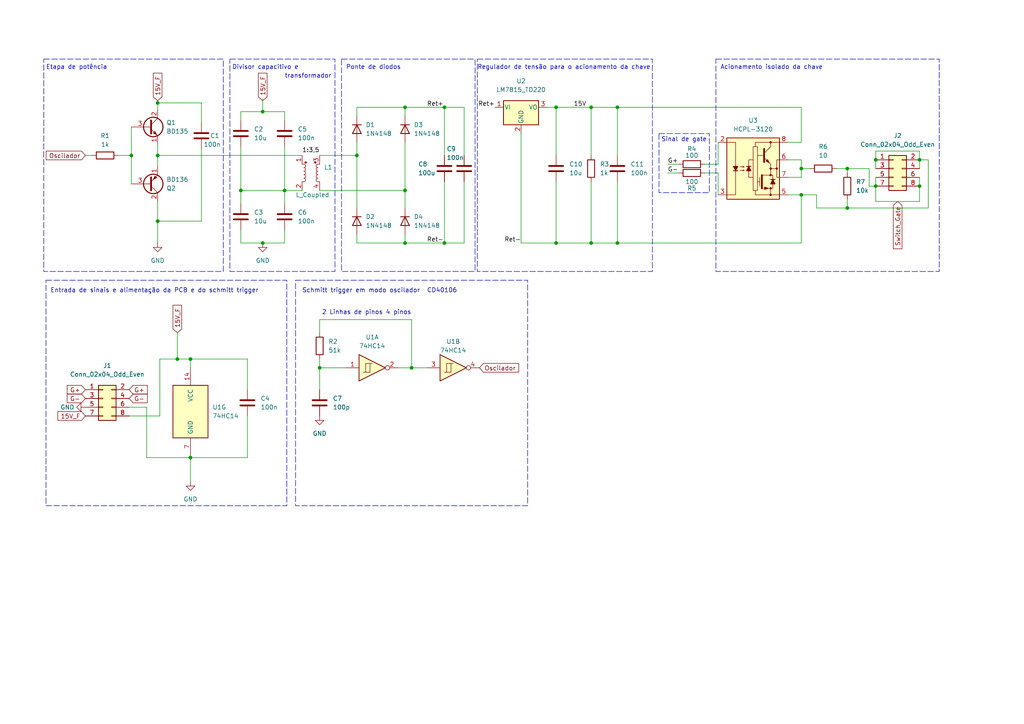
<source format=kicad_sch>
(kicad_sch (version 20230121) (generator eeschema)
  (paper "A4")
  (lib_symbols
    (symbol "74xx:74HC14" (pin_names (offset 1.016))
      (property "Reference" "U" (at 0 1.27 0))
      (property "Value" "74HC14" (at 0 -1.27 0))
      (symbol "74HC14_1_0"
        (polyline (pts (xy -3.81 3.81) (xy -3.81 -3.81) (xy 3.81 0) (xy -3.81 3.81)) (stroke (width 0.254)) (fill (type background)))
        (pin input line (at -7.62 0 0) (length 3.81) (name "~") (number "1"))
        (pin output inverted (at 7.62 0 180) (length 3.81) (name "~") (number "2"))
      )
      (symbol "74HC14_1_1"
        (polyline (pts (xy -1.905 -1.27) (xy -1.905 1.27) (xy -0.635 1.27)))
        (polyline (pts (xy -2.54 -1.27) (xy -0.635 -1.27) (xy -0.635 1.27) (xy 0 1.27)))
      )
      (symbol "74HC14_2_0"
        (polyline (pts (xy -3.81 3.81) (xy -3.81 -3.81) (xy 3.81 0) (xy -3.81 3.81)) (stroke (width 0.254)) (fill (type background)))
        (pin input line (at -7.62 0 0) (length 3.81) (name "~") (number "3"))
        (pin output inverted (at 7.62 0 180) (length 3.81) (name "~") (number "4"))
      )
      (symbol "74HC14_2_1"
        (polyline (pts (xy -1.905 -1.27) (xy -1.905 1.27) (xy -0.635 1.27)))
        (polyline (pts (xy -2.54 -1.27) (xy -0.635 -1.27) (xy -0.635 1.27) (xy 0 1.27)))
      )
      (symbol "74HC14_3_0"
        (polyline (pts (xy -3.81 3.81) (xy -3.81 -3.81) (xy 3.81 0) (xy -3.81 3.81)) (stroke (width 0.254)) (fill (type background)))
        (pin input line (at -7.62 0 0) (length 3.81) (name "~") (number "5"))
        (pin output inverted (at 7.62 0 180) (length 3.81) (name "~") (number "6"))
      )
      (symbol "74HC14_3_1"
        (polyline (pts (xy -1.905 -1.27) (xy -1.905 1.27) (xy -0.635 1.27)))
        (polyline (pts (xy -2.54 -1.27) (xy -0.635 -1.27) (xy -0.635 1.27) (xy 0 1.27)))
      )
      (symbol "74HC14_4_0"
        (polyline (pts (xy -3.81 3.81) (xy -3.81 -3.81) (xy 3.81 0) (xy -3.81 3.81)) (stroke (width 0.254)) (fill (type background)))
        (pin output inverted (at 7.62 0 180) (length 3.81) (name "~") (number "8"))
        (pin input line (at -7.62 0 0) (length 3.81) (name "~") (number "9"))
      )
      (symbol "74HC14_4_1"
        (polyline (pts (xy -1.905 -1.27) (xy -1.905 1.27) (xy -0.635 1.27)))
        (polyline (pts (xy -2.54 -1.27) (xy -0.635 -1.27) (xy -0.635 1.27) (xy 0 1.27)))
      )
      (symbol "74HC14_5_0"
        (polyline (pts (xy -3.81 3.81) (xy -3.81 -3.81) (xy 3.81 0) (xy -3.81 3.81)) (stroke (width 0.254)) (fill (type background)))
        (pin output inverted (at 7.62 0 180) (length 3.81) (name "~") (number "10"))
        (pin input line (at -7.62 0 0) (length 3.81) (name "~") (number "11"))
      )
      (symbol "74HC14_5_1"
        (polyline (pts (xy -1.905 -1.27) (xy -1.905 1.27) (xy -0.635 1.27)))
        (polyline (pts (xy -2.54 -1.27) (xy -0.635 -1.27) (xy -0.635 1.27) (xy 0 1.27)))
      )
      (symbol "74HC14_6_0"
        (polyline (pts (xy -3.81 3.81) (xy -3.81 -3.81) (xy 3.81 0) (xy -3.81 3.81)) (stroke (width 0.254)) (fill (type background)))
        (pin output inverted (at 7.62 0 180) (length 3.81) (name "~") (number "12"))
        (pin input line (at -7.62 0 0) (length 3.81) (name "~") (number "13"))
      )
      (symbol "74HC14_6_1"
        (polyline (pts (xy -1.905 -1.27) (xy -1.905 1.27) (xy -0.635 1.27)))
        (polyline (pts (xy -2.54 -1.27) (xy -0.635 -1.27) (xy -0.635 1.27) (xy 0 1.27)))
      )
      (symbol "74HC14_7_0"
        (pin power_in line (at 0 12.7 270) (length 5.08) (name "VCC") (number "14"))
        (pin power_in line (at 0 -12.7 90) (length 5.08) (name "GND") (number "7"))
      )
      (symbol "74HC14_7_1"
        (rectangle (start -5.08 7.62) (end 5.08 -7.62) (stroke (width 0.254)) (fill (type background)))
      )
    )
    (symbol "Connector_Generic:Conn_02x04_Odd_Even" (pin_names (offset 1.016) hide)
      (property "Reference" "J" (at 1.27 5.08 0))
      (property "Value" "Conn_02x04_Odd_Even" (at 1.27 -7.62 0))
      (symbol "Conn_02x04_Odd_Even_1_1"
        (rectangle (start -1.27 -4.953) (end 0 -5.207) (stroke (width 0.1524)))
        (rectangle (start -1.27 -2.413) (end 0 -2.667) (stroke (width 0.1524)))
        (rectangle (start -1.27 0.127) (end 0 -0.127) (stroke (width 0.1524)))
        (rectangle (start -1.27 2.667) (end 0 2.413) (stroke (width 0.1524)))
        (rectangle (start -1.27 3.81) (end 3.81 -6.35) (stroke (width 0.254)) (fill (type background)))
        (rectangle (start 3.81 -4.953) (end 2.54 -5.207) (stroke (width 0.1524)))
        (rectangle (start 3.81 -2.413) (end 2.54 -2.667) (stroke (width 0.1524)))
        (rectangle (start 3.81 0.127) (end 2.54 -0.127) (stroke (width 0.1524)))
        (rectangle (start 3.81 2.667) (end 2.54 2.413) (stroke (width 0.1524)))
        (pin passive line (at -5.08 2.54 0) (length 3.81) (name "Pin_1") (number "1"))
        (pin passive line (at 7.62 2.54 180) (length 3.81) (name "Pin_2") (number "2"))
        (pin passive line (at -5.08 0 0) (length 3.81) (name "Pin_3") (number "3"))
        (pin passive line (at 7.62 0 180) (length 3.81) (name "Pin_4") (number "4"))
        (pin passive line (at -5.08 -2.54 0) (length 3.81) (name "Pin_5") (number "5"))
        (pin passive line (at 7.62 -2.54 180) (length 3.81) (name "Pin_6") (number "6"))
        (pin passive line (at -5.08 -5.08 0) (length 3.81) (name "Pin_7") (number "7"))
        (pin passive line (at 7.62 -5.08 180) (length 3.81) (name "Pin_8") (number "8"))
      )
    )
    (symbol "Device:C" (pin_numbers hide) (pin_names (offset 0.254))
      (property "Reference" "C" (at 0.635 2.54 0))
      (property "Value" "C" (at 0.635 -2.54 0))
      (symbol "C_0_1"
        (polyline (pts (xy -2.032 -0.762) (xy 2.032 -0.762)) (stroke (width 0.508)))
        (polyline (pts (xy -2.032 0.762) (xy 2.032 0.762)) (stroke (width 0.508)))
      )
      (symbol "C_1_1"
        (pin passive line (at 0 3.81 270) (length 2.794) (name "~") (number "1"))
        (pin passive line (at 0 -3.81 90) (length 2.794) (name "~") (number "2"))
      )
    )
    (symbol "Device:L_Coupled" (pin_names (offset 0.254) hide)
      (property "Reference" "L" (at 0 4.445 0))
      (property "Value" "L_Coupled" (at 0 -4.445 0))
      (symbol "L_Coupled_0_1"
        (circle (center -3.048 -1.27) (radius 0.254) (fill (type outline)))
        (circle (center -3.048 1.524) (radius 0.254) (fill (type outline)))
        (arc (start -2.54 2.032) (mid -2.032 1.5262) (end -1.524 2.032))
        (arc (start -1.524 -2.032) (mid -2.032 -1.5262) (end -2.54 -2.032))
        (arc (start -1.524 2.032) (mid -1.016 1.5262) (end -0.508 2.032))
        (arc (start -0.508 -2.032) (mid -1.016 -1.5262) (end -1.524 -2.032))
        (arc (start -0.508 2.032) (mid 0 1.5262) (end 0.508 2.032))
        (polyline (pts (xy -2.54 -2.032) (xy -2.54 -2.54)))
        (polyline (pts (xy -2.54 2.032) (xy -2.54 2.54)))
        (polyline (pts (xy 2.54 -2.032) (xy 2.54 -2.54)))
        (polyline (pts (xy 2.54 2.54) (xy 2.54 2.032)))
        (arc (start 0.508 -2.032) (mid 0 -1.5262) (end -0.508 -2.032))
        (arc (start 0.508 2.032) (mid 1.016 1.5262) (end 1.524 2.032))
        (arc (start 1.524 -2.032) (mid 1.016 -1.5262) (end 0.508 -2.032))
        (arc (start 1.524 2.032) (mid 2.032 1.5262) (end 2.54 2.032))
        (arc (start 2.54 -2.032) (mid 2.032 -1.5262) (end 1.524 -2.032))
      )
      (symbol "L_Coupled_1_1"
        (pin passive line (at -5.08 2.54 0) (length 2.54) (name "1") (number "1"))
        (pin passive line (at 5.08 2.54 180) (length 2.54) (name "2") (number "2"))
        (pin passive line (at -5.08 -2.54 0) (length 2.54) (name "3") (number "3"))
        (pin passive line (at 5.08 -2.54 180) (length 2.54) (name "4") (number "4"))
      )
    )
    (symbol "Device:R" (pin_numbers hide) (pin_names (offset 0))
      (property "Reference" "R" (at 2.032 0 90))
      (property "Value" "R" (at 0 0 90))
      (symbol "R_0_1"
        (rectangle (start -1.016 -2.54) (end 1.016 2.54) (stroke (width 0.254)))
      )
      (symbol "R_1_1"
        (pin passive line (at 0 3.81 270) (length 1.27) (name "~") (number "1"))
        (pin passive line (at 0 -3.81 90) (length 1.27) (name "~") (number "2"))
      )
    )
    (symbol "Diode:1N4148" (pin_numbers hide) (pin_names hide)
      (property "Reference" "D" (at 0 2.54 0))
      (property "Value" "1N4148" (at 0 -2.54 0))
      (symbol "1N4148_0_1"
        (polyline (pts (xy -1.27 1.27) (xy -1.27 -1.27)) (stroke (width 0.254)))
        (polyline (pts (xy 1.27 0) (xy -1.27 0)))
        (polyline (pts (xy 1.27 1.27) (xy 1.27 -1.27) (xy -1.27 0) (xy 1.27 1.27)) (stroke (width 0.254)))
      )
      (symbol "1N4148_1_1"
        (pin passive line (at -3.81 0 0) (length 2.54) (name "K") (number "1"))
        (pin passive line (at 3.81 0 180) (length 2.54) (name "A") (number "2"))
      )
    )
    (symbol "Driver_FET:HCPL-3120" (pin_names hide)
      (property "Reference" "U" (at 0 12.7 0))
      (property "Value" "HCPL-3120" (at 0 10.16 0))
      (symbol "HCPL-3120_0_1"
        (rectangle (start -7.62 8.89) (end 7.62 -8.89) (stroke (width 0.254)) (fill (type background)))
        (polyline (pts (xy -5.715 -0.635) (xy -4.445 -0.635)) (stroke (width 0.254)))
        (polyline (pts (xy -0.635 0.635) (xy -1.905 0.635)) (stroke (width 0.254)))
        (polyline (pts (xy 1.27 -3.81) (xy 1.905 -3.81)))
        (polyline (pts (xy 1.905 -5.08) (xy 1.905 -2.54)))
        (polyline (pts (xy 2.54 -5.715) (xy 2.54 -1.905)) (stroke (width 0.508)))
        (polyline (pts (xy 3.048 3.81) (xy 1.27 3.81)))
        (polyline (pts (xy 3.175 4.445) (xy 5.08 6.35)))
        (polyline (pts (xy 4.445 -1.905) (xy 2.54 -1.905)))
        (polyline (pts (xy 5.08 -5.715) (xy 5.08 -7.62)))
        (polyline (pts (xy 5.08 0) (xy 6.858 0)))
        (polyline (pts (xy 5.08 1.27) (xy 3.175 3.175)) (fill (type outline)))
        (polyline (pts (xy 5.08 1.27) (xy 5.08 -1.905)))
        (polyline (pts (xy 5.08 6.35) (xy 5.08 7.62)))
        (polyline (pts (xy 6.35 -3.175) (xy 5.08 -3.175)) (stroke (width 0.254)))
        (polyline (pts (xy 7.62 7.62) (xy 0.635 7.62)))
        (polyline (pts (xy -1.27 -0.635) (xy -1.27 -2.54) (xy 0 -2.54)))
        (polyline (pts (xy -1.27 0.635) (xy -1.27 2.54) (xy 0 2.54)))
        (polyline (pts (xy 0.635 -6.35) (xy 0.635 -7.62) (xy 7.62 -7.62)))
        (polyline (pts (xy 3.175 5.715) (xy 3.175 1.905) (xy 3.175 1.905)) (stroke (width 0.508)))
        (polyline (pts (xy 4.445 -1.905) (xy 5.715 -1.905) (xy 5.715 -3.175)))
        (polyline (pts (xy 5.715 -4.445) (xy 5.715 -5.715) (xy 2.54 -5.715)))
        (polyline (pts (xy -7.62 7.62) (xy -5.08 7.62) (xy -5.08 -7.62) (xy -7.62 -7.62)))
        (polyline (pts (xy -5.08 -0.635) (xy -5.715 0.635) (xy -4.445 0.635) (xy -5.08 -0.635)) (stroke (width 0.254)) (fill (type outline)))
        (polyline (pts (xy -1.27 0.635) (xy -0.635 -0.635) (xy -1.905 -0.635) (xy -1.27 0.635)) (stroke (width 0.254)) (fill (type outline)))
        (polyline (pts (xy 4.445 -5.715) (xy 3.302 -5.334) (xy 3.302 -6.096) (xy 4.445 -5.715)) (fill (type outline)))
        (polyline (pts (xy 5.715 -3.175) (xy 6.35 -4.445) (xy 5.08 -4.445) (xy 5.715 -3.175)) (stroke (width 0.254)) (fill (type outline)))
        (polyline (pts (xy 7.62 2.54) (xy 6.858 2.54) (xy 6.858 -2.54) (xy 7.62 -2.54)))
        (polyline (pts (xy -3.81 -0.508) (xy -2.54 -0.508) (xy -2.921 -0.635) (xy -2.921 -0.381) (xy -2.54 -0.508)))
        (polyline (pts (xy -3.81 0.508) (xy -2.54 0.508) (xy -2.921 0.381) (xy -2.921 0.635) (xy -2.54 0.508)))
        (polyline (pts (xy 1.27 6.35) (xy 1.27 -6.35) (xy 0 -6.35) (xy 0 6.35) (xy 1.27 6.35)))
        (polyline (pts (xy 3.683 2.159) (xy 4.191 2.667) (xy 4.699 1.651) (xy 3.683 2.159) (xy 3.683 2.159)) (fill (type outline)))
        (rectangle (start 0.635 6.35) (end 0.635 6.35))
        (rectangle (start 0.635 6.35) (end 0.635 7.62))
        (circle (center 5.08 -7.62) (radius 0.254) (fill (type outline)))
        (circle (center 5.08 -5.715) (radius 0.254) (fill (type outline)))
        (circle (center 5.08 -1.905) (radius 0.254) (fill (type outline)))
        (circle (center 5.08 0) (radius 0.254) (fill (type outline)))
        (circle (center 5.08 7.62) (radius 0.254) (fill (type outline)))
        (circle (center 6.858 0) (radius 0.254) (fill (type outline)))
      )
      (symbol "HCPL-3120_1_1"
        (pin no_connect line (at -7.62 2.54 0) (length 2.54) hide (name "NC") (number "1"))
        (pin passive line (at -10.16 7.62 0) (length 2.54) (name "A") (number "2"))
        (pin passive line (at -10.16 -7.62 0) (length 2.54) (name "C") (number "3"))
        (pin no_connect line (at -7.62 -2.54 0) (length 2.54) hide (name "NC") (number "4"))
        (pin power_out line (at 10.16 -7.62 180) (length 2.54) (name "VEE") (number "5"))
        (pin output line (at 10.16 2.54 180) (length 2.54) (name "VO") (number "6"))
        (pin output line (at 10.16 -2.54 180) (length 2.54) (name "VO") (number "7"))
        (pin power_in line (at 10.16 7.62 180) (length 2.54) (name "VCC") (number "8"))
      )
    )
    (symbol "Regulator_Linear:LM7815_TO220" (pin_names (offset 0.254))
      (property "Reference" "U" (at -3.81 3.175 0))
      (property "Value" "LM7815_TO220" (at 0 3.175 0))
      (symbol "LM7815_TO220_0_1"
        (rectangle (start -5.08 1.905) (end 5.08 -5.08) (stroke (width 0.254)) (fill (type background)))
      )
      (symbol "LM7815_TO220_1_1"
        (pin power_in line (at -7.62 0 0) (length 2.54) (name "VI") (number "1"))
        (pin power_in line (at 0 -7.62 90) (length 2.54) (name "GND") (number "2"))
        (pin power_out line (at 7.62 0 180) (length 2.54) (name "VO") (number "3"))
      )
    )
    (symbol "Transistor_BJT:BD135" (pin_names (offset 0) hide)
      (property "Reference" "Q" (at 5.08 1.905 0))
      (property "Value" "BD135" (at 5.08 0 0))
      (symbol "BD135_0_1"
        (polyline (pts (xy 0 0) (xy 0.635 0)))
        (polyline (pts (xy 2.54 -2.54) (xy 0.635 -0.635)))
        (polyline (pts (xy 2.54 2.54) (xy 0.635 0.635)))
        (polyline (pts (xy 0.635 1.905) (xy 0.635 -1.905) (xy 0.635 -1.905)) (stroke (width 0.508)) (fill (type outline)))
        (polyline (pts (xy 1.2446 -1.778) (xy 1.7526 -1.27) (xy 2.286 -2.286) (xy 1.2446 -1.778) (xy 1.2446 -1.778)) (fill (type outline)))
        (circle (center 1.27 0) (radius 2.8194) (stroke (width 0.3048)))
      )
      (symbol "BD135_1_1"
        (pin passive line (at 2.54 -5.08 90) (length 2.54) (name "E") (number "1"))
        (pin passive line (at 2.54 5.08 270) (length 2.54) (name "C") (number "2"))
        (pin input line (at -5.08 0 0) (length 5.08) (name "B") (number "3"))
      )
    )
    (symbol "Transistor_BJT:BD136" (pin_names (offset 0) hide)
      (property "Reference" "Q" (at 5.08 1.905 0))
      (property "Value" "BD136" (at 5.08 0 0))
      (symbol "BD136_0_1"
        (polyline (pts (xy 0 0) (xy 0.635 0)))
        (polyline (pts (xy 2.54 -2.54) (xy 0.635 -0.635)))
        (polyline (pts (xy 2.54 2.54) (xy 0.635 0.635)))
        (polyline (pts (xy 0.635 1.905) (xy 0.635 -1.905) (xy 0.635 -1.905)) (stroke (width 0.508)) (fill (type outline)))
        (polyline (pts (xy 1.778 -2.286) (xy 2.286 -1.778) (xy 1.27 -1.27) (xy 1.778 -2.286) (xy 1.778 -2.286)) (fill (type outline)))
        (circle (center 1.27 0) (radius 2.8194) (stroke (width 0.3048)))
      )
      (symbol "BD136_1_1"
        (pin passive line (at 2.54 -5.08 90) (length 2.54) (name "E") (number "1"))
        (pin passive line (at 2.54 5.08 270) (length 2.54) (name "C") (number "2"))
        (pin input line (at -5.08 0 0) (length 5.08) (name "B") (number "3"))
      )
    )
    (symbol "power:GND" (power) (pin_names (offset 0))
      (property "Value" "GND" (at 0 -3.81 0))
      (symbol "GND_0_1"
        (polyline (pts (xy 0 0) (xy 0 -1.27) (xy 1.27 -1.27) (xy 0 -2.54) (xy -1.27 -1.27) (xy 0 -1.27)))
      )
      (symbol "GND_1_1"
        (pin power_in line (at 0 0 270) (length 0) hide (name "GND") (number "1"))
      )
    )
  )
  (junction (at 69.85 55.245))
  (junction (at 45.72 29.845))
  (junction (at 38.1 45.085))
  (junction (at 55.245 104.14))
  (junction (at 119.38 106.68))
  (junction (at 254 53.975))
  (junction (at 128.905 70.485))
  (junction (at 266.7 46.355))
  (junction (at 55.245 132.715))
  (junction (at 171.45 70.485))
  (junction (at 51.435 104.14))
  (junction (at 171.45 31.115))
  (junction (at 161.29 31.115))
  (junction (at 117.475 55.245))
  (junction (at 179.07 70.485))
  (junction (at 82.55 55.245))
  (junction (at 92.71 106.68))
  (junction (at 117.475 70.485))
  (junction (at 245.745 60.325))
  (junction (at 45.72 45.085))
  (junction (at 76.2 32.385))
  (junction (at 254 46.355))
  (junction (at 245.745 48.895))
  (junction (at 266.7 53.975))
  (junction (at 45.72 64.135))
  (junction (at 232.41 56.515))
  (junction (at 103.505 45.085))
  (junction (at 179.07 31.115))
  (junction (at 128.905 31.115))
  (junction (at 76.2 70.485))
  (junction (at 161.29 70.485))
  (junction (at 117.475 31.115))
  (junction (at 232.41 48.895))
  (wire (pts (xy 38.1 45.085) (xy 38.1 53.34)))
  (wire (pts (xy 51.435 96.52) (xy 51.435 104.14)))
  (wire (pts (xy 252.095 53.975) (xy 254 53.975)))
  (wire (pts (xy 151.13 70.485) (xy 161.29 70.485)))
  (wire (pts (xy 71.755 120.65) (xy 71.755 132.715)))
  (wire (pts (xy 69.85 70.485) (xy 76.2 70.485)))
  (wire (pts (xy 228.6 41.275) (xy 232.41 41.275)))
  (wire (pts (xy 266.7 43.815) (xy 254 43.815)))
  (wire (pts (xy 179.07 31.115) (xy 232.41 31.115)))
  (wire (pts (xy 103.505 70.485) (xy 117.475 70.485)))
  (wire (pts (xy 245.745 60.325) (xy 245.745 57.785)))
  (wire (pts (xy 254 51.435) (xy 254 53.975)))
  (wire (pts (xy 92.71 106.68) (xy 92.71 113.03)))
  (wire (pts (xy 171.45 52.705) (xy 171.45 70.485)))
  (wire (pts (xy 208.28 56.515) (xy 208.28 50.165)))
  (wire (pts (xy 46.355 104.14) (xy 46.355 120.65)))
  (wire (pts (xy 151.13 38.735) (xy 151.13 70.485)))
  (wire (pts (xy 179.07 31.115) (xy 179.07 45.085)))
  (wire (pts (xy 69.85 55.245) (xy 82.55 55.245)))
  (wire (pts (xy 82.55 55.245) (xy 82.55 59.055)))
  (wire (pts (xy 103.505 45.085) (xy 103.505 60.325)))
  (wire (pts (xy 45.72 45.085) (xy 45.72 48.26)))
  (wire (pts (xy 82.55 42.545) (xy 82.55 55.245)))
  (wire (pts (xy 128.905 70.485) (xy 134.62 70.485)))
  (wire (pts (xy 45.72 64.135) (xy 45.72 70.485)))
  (wire (pts (xy 232.41 41.275) (xy 232.41 31.115)))
  (wire (pts (xy 69.85 42.545) (xy 69.85 55.245)))
  (wire (pts (xy 236.855 56.515) (xy 232.41 56.515)))
  (wire (pts (xy 58.42 35.56) (xy 58.42 29.845)))
  (wire (pts (xy 82.55 66.675) (xy 82.55 70.485)))
  (wire (pts (xy 161.29 31.115) (xy 158.75 31.115)))
  (wire (pts (xy 76.2 32.385) (xy 69.85 32.385)))
  (wire (pts (xy 45.72 29.845) (xy 45.72 31.75)))
  (wire (pts (xy 228.6 56.515) (xy 232.41 56.515)))
  (wire (pts (xy 42.545 118.11) (xy 42.545 132.715)))
  (wire (pts (xy 117.475 31.115) (xy 117.475 33.655)))
  (wire (pts (xy 92.71 92.71) (xy 92.71 96.52)))
  (wire (pts (xy 103.505 67.945) (xy 103.505 70.485)))
  (wire (pts (xy 134.62 31.115) (xy 134.62 45.085)))
  (wire (pts (xy 171.45 31.115) (xy 171.45 45.085)))
  (wire (pts (xy 134.62 52.705) (xy 134.62 70.485)))
  (wire (pts (xy 266.7 58.42) (xy 266.7 53.975)))
  (wire (pts (xy 179.07 52.705) (xy 179.07 70.485)))
  (wire (pts (xy 119.38 106.68) (xy 119.38 92.71)))
  (wire (pts (xy 245.745 48.895) (xy 242.57 48.895)))
  (wire (pts (xy 45.72 41.91) (xy 45.72 45.085)))
  (wire (pts (xy 232.41 48.895) (xy 232.41 51.435)))
  (wire (pts (xy 128.905 31.115) (xy 134.62 31.115)))
  (wire (pts (xy 266.7 53.975) (xy 266.7 51.435)))
  (wire (pts (xy 55.245 132.715) (xy 55.245 139.7)))
  (wire (pts (xy 161.29 52.705) (xy 161.29 70.485)))
  (wire (pts (xy 71.755 132.715) (xy 55.245 132.715)))
  (wire (pts (xy 161.29 31.115) (xy 171.45 31.115)))
  (wire (pts (xy 55.245 106.68) (xy 55.245 104.14)))
  (wire (pts (xy 117.475 41.275) (xy 117.475 55.245)))
  (wire (pts (xy 119.38 92.71) (xy 92.71 92.71)))
  (wire (pts (xy 82.55 55.245) (xy 87.63 55.245)))
  (wire (pts (xy 45.72 45.085) (xy 87.63 45.085)))
  (wire (pts (xy 55.245 132.08) (xy 55.245 132.715)))
  (wire (pts (xy 266.7 46.355) (xy 266.7 48.895)))
  (wire (pts (xy 254 46.355) (xy 254 48.895)))
  (wire (pts (xy 82.55 32.385) (xy 76.2 32.385)))
  (wire (pts (xy 254 43.815) (xy 254 46.355)))
  (wire (pts (xy 236.855 60.325) (xy 236.855 56.515)))
  (wire (pts (xy 269.24 60.325) (xy 245.745 60.325)))
  (wire (pts (xy 193.675 50.165) (xy 196.85 50.165)))
  (wire (pts (xy 115.57 106.68) (xy 119.38 106.68)))
  (wire (pts (xy 103.505 31.115) (xy 117.475 31.115)))
  (wire (pts (xy 117.475 31.115) (xy 128.905 31.115)))
  (wire (pts (xy 117.475 55.245) (xy 117.475 60.325)))
  (wire (pts (xy 179.07 31.115) (xy 171.45 31.115)))
  (wire (pts (xy 117.475 70.485) (xy 128.905 70.485)))
  (wire (pts (xy 128.905 31.115) (xy 128.905 45.085)))
  (wire (pts (xy 69.85 70.485) (xy 69.85 66.675)))
  (wire (pts (xy 24.765 45.085) (xy 26.67 45.085)))
  (wire (pts (xy 266.7 46.355) (xy 266.7 43.815)))
  (wire (pts (xy 232.41 48.895) (xy 234.95 48.895)))
  (wire (pts (xy 58.42 29.845) (xy 45.72 29.845)))
  (wire (pts (xy 42.545 118.11) (xy 37.465 118.11)))
  (wire (pts (xy 37.465 120.65) (xy 46.355 120.65)))
  (wire (pts (xy 42.545 132.715) (xy 55.245 132.715)))
  (wire (pts (xy 82.55 32.385) (xy 82.55 34.925)))
  (wire (pts (xy 38.1 36.83) (xy 38.1 45.085)))
  (wire (pts (xy 171.45 70.485) (xy 179.07 70.485)))
  (wire (pts (xy 92.71 106.68) (xy 100.33 106.68)))
  (wire (pts (xy 161.29 70.485) (xy 171.45 70.485)))
  (wire (pts (xy 232.41 46.355) (xy 232.41 48.895)))
  (wire (pts (xy 245.745 50.165) (xy 245.745 48.895)))
  (wire (pts (xy 46.355 104.14) (xy 51.435 104.14)))
  (wire (pts (xy 117.475 70.485) (xy 117.475 67.945)))
  (wire (pts (xy 119.38 106.68) (xy 123.825 106.68)))
  (wire (pts (xy 254 58.42) (xy 266.7 58.42)))
  (wire (pts (xy 266.7 46.355) (xy 269.24 46.355)))
  (wire (pts (xy 161.29 31.115) (xy 161.29 45.085)))
  (wire (pts (xy 228.6 46.355) (xy 232.41 46.355)))
  (wire (pts (xy 45.72 29.21) (xy 45.72 29.845)))
  (wire (pts (xy 232.41 56.515) (xy 232.41 70.485)))
  (wire (pts (xy 232.41 70.485) (xy 179.07 70.485)))
  (wire (pts (xy 232.41 51.435) (xy 228.6 51.435)))
  (wire (pts (xy 254 53.975) (xy 254 58.42)))
  (wire (pts (xy 252.095 48.895) (xy 252.095 53.975)))
  (wire (pts (xy 55.245 104.14) (xy 71.755 104.14)))
  (wire (pts (xy 92.71 104.14) (xy 92.71 106.68)))
  (wire (pts (xy 204.47 47.625) (xy 208.28 47.625)))
  (wire (pts (xy 92.71 45.085) (xy 103.505 45.085)))
  (wire (pts (xy 269.24 46.355) (xy 269.24 60.325)))
  (wire (pts (xy 236.855 60.325) (xy 245.745 60.325)))
  (wire (pts (xy 71.755 104.14) (xy 71.755 113.03)))
  (wire (pts (xy 208.28 41.275) (xy 208.28 47.625)))
  (wire (pts (xy 193.675 47.625) (xy 196.85 47.625)))
  (wire (pts (xy 92.71 55.245) (xy 117.475 55.245)))
  (wire (pts (xy 103.505 41.275) (xy 103.505 45.085)))
  (wire (pts (xy 69.85 55.245) (xy 69.85 59.055)))
  (wire (pts (xy 34.29 45.085) (xy 38.1 45.085)))
  (wire (pts (xy 204.47 50.165) (xy 208.28 50.165)))
  (wire (pts (xy 128.905 52.705) (xy 128.905 70.485)))
  (wire (pts (xy 76.2 70.485) (xy 82.55 70.485)))
  (wire (pts (xy 69.85 32.385) (xy 69.85 34.925)))
  (wire (pts (xy 76.2 28.575) (xy 76.2 32.385)))
  (wire (pts (xy 245.745 48.895) (xy 252.095 48.895)))
  (wire (pts (xy 58.42 64.135) (xy 45.72 64.135)))
  (wire (pts (xy 103.505 33.655) (xy 103.505 31.115)))
  (wire (pts (xy 55.245 104.14) (xy 51.435 104.14)))
  (wire (pts (xy 45.72 58.42) (xy 45.72 64.135)))
  (wire (pts (xy 58.42 43.18) (xy 58.42 64.135)))
  (rectangle (start 138.43 17.145) (end 189.23 78.74) (stroke (width 0) (type dash)))
  (rectangle (start 13.335 81.28) (end 83.185 146.685) (stroke (width 0) (type dash)))
  (rectangle (start 99.06 17.145) (end 137.795 78.74) (stroke (width 0) (type dash)))
  (rectangle (start 66.675 17.145) (end 97.155 78.74) (stroke (width 0) (type dash)))
  (rectangle (start 207.645 17.145) (end 272.415 78.74) (stroke (width 0) (type dash)))
  (rectangle (start 85.725 81.28) (end 153.035 146.685) (stroke (width 0) (type dash)))
  (rectangle (start 12.7 17.145) (end 64.77 78.74) (stroke (width 0) (type dash)))
  (rectangle (start 191.135 38.735) (end 205.74 55.88) (stroke (width 0) (type dash)))
  (text "CD40106" (at 123.825 85.09 0) (effects (font (size 1.27 1.27)) (justify left bottom)))
  (text "transformador" (at 82.55 22.86 0) (effects (font (size 1.27 1.27)) (justify left bottom)))
  (text "1:3,5" (at 87.63 44.45 0) (effects (font (size 1.27 1.27)) (justify left bottom)))
  (text "Etapa de potência" (at 13.335 20.32 0) (effects (font (size 1.27 1.27)) (justify left bottom)))
  (text "Acionamento isolado da chave" (at 208.915 20.32 0) (effects (font (size 1.27 1.27)) (justify left bottom)))
  (text "Entrada de sinais e alimentação da PCB e do schmitt trigger" (at 14.605 85.09 0) (effects (font (size 1.27 1.27)) (justify left bottom)))
  (text "Divisor capacitivo e" (at 67.31 20.32 0) (effects (font (size 1.27 1.27)) (justify left bottom)))
  (text "Ponte de diodos" (at 100.33 20.32 0) (effects (font (size 1.27 1.27)) (justify left bottom)))
  (text "Schmitt trigger em modo oscilador" (at 87.63 85.09 0) (effects (font (size 1.27 1.27)) (justify left bottom)))
  (text "Sinal de gate" (at 191.77 41.275 0) (effects (font (size 1.27 1.27)) (justify left bottom)))
  (text "Regulador de tensão para o acionamento da chave" (at 138.43 20.32 0) (effects (font (size 1.27 1.27)) (justify left bottom)))
  (text "2 Linhas de pinos 4 pinos" (at 93.345 91.44 0) (effects (font (size 1.27 1.27)) (justify left bottom)))
  (label "Ret+" (at 143.51 31.115 180))
  (label "G-" (at 193.675 50.165 0))
  (label "Ret+" (at 123.825 31.115 0))
  (label "Ret-" (at 123.825 70.485 0))
  (label "G+" (at 193.675 47.625 0))
  (label "Ret-" (at 151.13 70.485 180))
  (label "15V" (at 166.37 31.115 0))
  (global_label "15V_F" (shape input) (at 24.765 120.65 180) (property "Intersheetrefs" "${INTERSHEET_REFS}" (effects hide)))
  (global_label "15V_F" (shape input) (at 45.72 29.21 90) (property "Intersheetrefs" "${INTERSHEET_REFS}" (effects hide)))
  (global_label "G-" (shape input) (at 24.765 115.57 180) (property "Intersheetrefs" "${INTERSHEET_REFS}" (effects hide)))
  (global_label "G-" (shape input) (at 37.465 115.57 0) (property "Intersheetrefs" "${INTERSHEET_REFS}" (effects hide)))
  (global_label "Oscilador" (shape input) (at 24.765 45.085 180) (property "Intersheetrefs" "${INTERSHEET_REFS}" (effects hide)))
  (global_label "Oscilador" (shape input) (at 139.065 106.68 0) (property "Intersheetrefs" "${INTERSHEET_REFS}" (effects hide)))
  (global_label "G+" (shape input) (at 37.465 113.03 0) (property "Intersheetrefs" "${INTERSHEET_REFS}" (effects hide)))
  (global_label "15V_F" (shape input) (at 76.2 29.21 90) (property "Intersheetrefs" "${INTERSHEET_REFS}" (effects hide)))
  (global_label "15V_F" (shape input) (at 51.435 96.52 90) (property "Intersheetrefs" "${INTERSHEET_REFS}" (effects hide)))
  (global_label "Switch_Gate" (shape input) (at 260.35 58.42 270) (property "Intersheetrefs" "${INTERSHEET_REFS}" (effects hide)))
  (global_label "G+" (shape input) (at 24.765 113.03 180) (property "Intersheetrefs" "${INTERSHEET_REFS}" (effects hide)))
  (symbol (lib_id "Device:C") (at 71.755 116.84 0) (unit 1)
    (property "Reference" "C4" (at 75.565 115.5699 0) (effects (justify left)))
    (property "Value" "100n" (at 75.565 118.1099 0) (effects (justify left)))
    (property "Footprint" "Capacitor_THT:C_Disc_D5.0mm_W2.5mm_P5.00mm" (effects hide))
  )
  (symbol (lib_id "Device:R") (at 171.45 48.895 180) (unit 1)
    (property "Reference" "R3" (at 173.99 47.6249 0) (effects (justify right)))
    (property "Value" "1k" (at 173.99 50.1649 0) (effects (justify right)))
    (property "Footprint" "Resistor_THT:R_Axial_DIN0204_L3.6mm_D1.6mm_P7.62mm_Horizontal" (effects hide))
  )
  (symbol (lib_id "Device:R") (at 245.745 53.975 0) (unit 1)
    (property "Reference" "R7" (at 248.285 52.705 0) (effects (justify left)))
    (property "Value" "10k" (at 248.285 55.245 0) (effects (justify left)))
    (property "Footprint" "Resistor_THT:R_Axial_DIN0204_L3.6mm_D1.6mm_P7.62mm_Horizontal" (effects hide))
  )
  (symbol (lib_id "Device:R") (at 30.48 45.085 90) (unit 1)
    (property "Reference" "R1" (at 30.48 39.37 90))
    (property "Value" "1k" (at 30.48 41.91 90))
    (property "Footprint" "Resistor_THT:R_Axial_DIN0204_L3.6mm_D1.6mm_P7.62mm_Horizontal" (effects hide))
  )
  (symbol (lib_id "Regulator_Linear:LM7815_TO220") (at 151.13 31.115 0) (unit 1)
    (property "Reference" "U2" (at 151.13 23.495 0))
    (property "Value" "LM7815_TO220" (at 151.13 26.035 0))
    (property "Footprint" "Package_TO_SOT_THT:TO-220-3_Vertical" (effects hide))
    (property "Datasheet" "https://www.onsemi.cn/PowerSolutions/document/MC7800-D.PDF" (effects hide))
  )
  (symbol (lib_id "74xx:74HC14") (at 131.445 106.68 0) (unit 2)
    (property "Reference" "U1" (at 131.445 99.06 0))
    (property "Value" "74HC14" (at 131.445 101.6 0))
    (property "Footprint" "Package_DIP:DIP-14_W7.62mm_Socket" (effects hide))
    (property "Datasheet" "http://www.ti.com/lit/gpn/sn74HC14" (effects hide))
  )
  (symbol (lib_id "Diode:1N4148") (at 103.505 64.135 270) (unit 1)
    (property "Reference" "D2" (at 106.045 62.865 90) (effects (justify left)))
    (property "Value" "1N4148" (at 106.045 65.405 90) (effects (justify left)))
    (property "Footprint" "Diode_THT:D_DO-35_SOD27_P7.62mm_Horizontal" (effects hide))
    (property "Datasheet" "https://assets.nexperia.com/documents/data-sheet/1N4148_1N4448.pdf" (effects hide))
    (property "Sim.Device" "D" (effects hide))
    (property "Sim.Pins" "1=K 2=A" (effects hide))
  )
  (symbol (lib_id "74xx:74HC14") (at 55.245 119.38 0) (unit 7)
    (property "Reference" "U1" (at 61.595 118.1099 0) (effects (justify left)))
    (property "Value" "74HC14" (at 61.595 120.6499 0) (effects (justify left)))
    (property "Footprint" "Package_DIP:DIP-14_W7.62mm_Socket" (effects hide))
    (property "Datasheet" "http://www.ti.com/lit/gpn/sn74HC14" (effects hide))
  )
  (symbol (lib_id "Connector_Generic:Conn_02x04_Odd_Even") (at 29.845 115.57 0) (unit 1)
    (property "Reference" "J1" (at 31.115 106.045 0))
    (property "Value" "Conn_02x04_Odd_Even" (at 31.115 108.585 0))
    (property "Footprint" "Connector_PinHeader_2.54mm:PinHeader_2x04_P2.54mm_Horizontal" (effects hide))
  )
  (symbol (lib_id "Device:C") (at 161.29 48.895 0) (unit 1)
    (property "Reference" "C10" (at 165.1 47.6249 0) (effects (justify left)))
    (property "Value" "10u" (at 165.1 50.1649 0) (effects (justify left)))
    (property "Footprint" "Capacitor_THT:CP_Radial_D5.0mm_P2.00mm" (effects hide))
  )
  (symbol (lib_id "Device:R") (at 200.66 50.165 270) (unit 1)
    (property "Reference" "R5" (at 200.66 54.61 90))
    (property "Value" "100" (at 200.66 52.705 90))
    (property "Footprint" "Resistor_THT:R_Axial_DIN0204_L3.6mm_D1.6mm_P7.62mm_Horizontal" (effects hide))
  )
  (symbol (lib_id "Device:R") (at 200.66 47.625 270) (unit 1)
    (property "Reference" "R4" (at 200.66 43.18 90))
    (property "Value" "100" (at 200.66 45.085 90))
    (property "Footprint" "Resistor_THT:R_Axial_DIN0204_L3.6mm_D1.6mm_P7.62mm_Horizontal" (effects hide))
  )
  (symbol (lib_id "Device:R") (at 92.71 100.33 180) (unit 1)
    (property "Reference" "R2" (at 95.25 99.06 0) (effects (justify right)))
    (property "Value" "51k" (at 95.25 101.6 0) (effects (justify right)))
    (property "Footprint" "Resistor_THT:R_Axial_DIN0204_L3.6mm_D1.6mm_P7.62mm_Horizontal" (effects hide))
  )
  (symbol (lib_id "Driver_FET:HCPL-3120") (at 218.44 48.895 0) (unit 1)
    (property "Reference" "U3" (at 218.44 34.925 0))
    (property "Value" "HCPL-3120" (at 218.44 37.465 0))
    (property "Footprint" "Package_DIP:DIP-8_W7.62mm_Socket" (effects hide))
    (property "Datasheet" "https://docs.broadcom.com/docs/AV02-0161EN" (effects hide))
  )
  (symbol (lib_id "Device:C") (at 82.55 62.865 0) (unit 1)
    (property "Reference" "C6" (at 86.36 61.5949 0) (effects (justify left)))
    (property "Value" "100n" (at 86.36 64.1349 0) (effects (justify left)))
    (property "Footprint" "Capacitor_THT:C_Disc_D5.0mm_W2.5mm_P5.00mm" (effects hide))
  )
  (symbol (lib_id "Device:L_Coupled") (at 90.17 50.165 90) (mirror x) (unit 1)
    (property "Reference" "L1" (at 93.98 48.5139 90) (effects (justify right)))
    (property "Value" "L_Coupled" (at 85.725 56.515 90) (effects (justify right)))
    (property "Footprint" "Components:Inductor_Coupled" (effects hide))
  )
  (symbol (lib_id "Device:C") (at 128.905 48.895 0) (unit 1)
    (property "Reference" "C8" (at 121.285 47.625 0) (effects (justify left)))
    (property "Value" "100u" (at 121.285 50.165 0) (effects (justify left)))
    (property "Footprint" "Capacitor_THT:CP_Radial_D8.0mm_P3.50mm" (effects hide))
  )
  (symbol (lib_id "Device:C") (at 58.42 39.37 0) (unit 1)
    (property "Reference" "C1" (at 60.96 39.37 0) (effects (justify left)))
    (property "Value" "100n" (at 59.055 41.91 0) (effects (justify left)))
    (property "Footprint" "Capacitor_THT:C_Disc_D5.0mm_W2.5mm_P5.00mm" (effects hide))
  )
  (symbol (lib_id "Diode:1N4148") (at 117.475 64.135 270) (unit 1)
    (property "Reference" "D4" (at 120.015 62.865 90) (effects (justify left)))
    (property "Value" "1N4148" (at 120.015 65.405 90) (effects (justify left)))
    (property "Footprint" "Diode_THT:D_DO-35_SOD27_P7.62mm_Horizontal" (effects hide))
    (property "Datasheet" "https://assets.nexperia.com/documents/data-sheet/1N4148_1N4448.pdf" (effects hide))
    (property "Sim.Device" "D" (effects hide))
    (property "Sim.Pins" "1=K 2=A" (effects hide))
  )
  (symbol (lib_id "Connector_Generic:Conn_02x04_Odd_Even") (at 259.08 48.895 0) (unit 1)
    (property "Reference" "J2" (at 260.35 39.37 0))
    (property "Value" "Conn_02x04_Odd_Even" (at 260.35 41.91 0))
    (property "Footprint" "Connector_PinHeader_2.54mm:PinHeader_2x04_P2.54mm_Horizontal" (effects hide))
  )
  (symbol (lib_id "power:GND") (at 24.765 118.11 270) (unit 1)
    (property "Reference" "#PWR01" (effects hide))
    (property "Value" "GND" (at 21.59 118.1099 90) (effects (justify right)))
  )
  (symbol (lib_id "power:GND") (at 76.2 70.485 0) (unit 1)
    (property "Reference" "#PWR04" (effects hide))
    (property "Value" "GND" (at 76.2 75.565 0))
  )
  (symbol (lib_id "Device:C") (at 179.07 48.895 0) (unit 1)
    (property "Reference" "C11" (at 182.88 47.6249 0) (effects (justify left)))
    (property "Value" "100n" (at 182.88 50.1649 0) (effects (justify left)))
    (property "Footprint" "Capacitor_THT:C_Disc_D5.0mm_W2.5mm_P5.00mm" (effects hide))
  )
  (symbol (lib_id "Device:R") (at 238.76 48.895 270) (unit 1)
    (property "Reference" "R6" (at 238.76 42.545 90))
    (property "Value" "10" (at 238.76 45.085 90))
    (property "Footprint" "Resistor_THT:R_Axial_DIN0204_L3.6mm_D1.6mm_P7.62mm_Horizontal" (effects hide))
  )
  (symbol (lib_id "Diode:1N4148") (at 103.505 37.465 270) (unit 1)
    (property "Reference" "D1" (at 106.045 36.195 90) (effects (justify left)))
    (property "Value" "1N4148" (at 106.045 38.735 90) (effects (justify left)))
    (property "Footprint" "Diode_THT:D_DO-35_SOD27_P7.62mm_Horizontal" (effects hide))
    (property "Datasheet" "https://assets.nexperia.com/documents/data-sheet/1N4148_1N4448.pdf" (effects hide))
    (property "Sim.Device" "D" (effects hide))
    (property "Sim.Pins" "1=K 2=A" (effects hide))
  )
  (symbol (lib_id "Device:C") (at 69.85 38.735 0) (unit 1)
    (property "Reference" "C2" (at 73.66 37.4649 0) (effects (justify left)))
    (property "Value" "10u" (at 73.66 40.0049 0) (effects (justify left)))
    (property "Footprint" "Capacitor_THT:CP_Radial_D5.0mm_P2.00mm" (effects hide))
  )
  (symbol (lib_id "Device:C") (at 69.85 62.865 0) (unit 1)
    (property "Reference" "C3" (at 73.66 61.5949 0) (effects (justify left)))
    (property "Value" "10u" (at 73.66 64.1349 0) (effects (justify left)))
    (property "Footprint" "Capacitor_THT:CP_Radial_D5.0mm_P2.00mm" (effects hide))
  )
  (symbol (lib_id "Device:C") (at 82.55 38.735 0) (unit 1)
    (property "Reference" "C5" (at 86.36 37.4649 0) (effects (justify left)))
    (property "Value" "100n" (at 86.36 40.0049 0) (effects (justify left)))
    (property "Footprint" "Capacitor_THT:C_Disc_D5.0mm_W2.5mm_P5.00mm" (effects hide))
  )
  (symbol (lib_id "Transistor_BJT:BD136") (at 43.18 53.34 0) (mirror x) (unit 1)
    (property "Reference" "Q2" (at 48.26 54.61 0) (effects (justify left)))
    (property "Value" "BD136" (at 48.26 52.07 0) (effects (justify left)))
    (property "Footprint" "Package_TO_SOT_THT:TO-126-3_Vertical" (effects hide))
    (property "Datasheet" "http://www.st.com/internet/com/TECHNICAL_RESOURCES/TECHNICAL_LITERATURE/DATASHEET/CD00001225.pdf" (effects hide))
  )
  (symbol (lib_id "power:GND") (at 45.72 70.485 0) (unit 1)
    (property "Reference" "#PWR02" (effects hide))
    (property "Value" "GND" (at 45.72 75.565 0))
  )
  (symbol (lib_id "Transistor_BJT:BD135") (at 43.18 36.83 0) (unit 1)
    (property "Reference" "Q1" (at 48.26 35.56 0) (effects (justify left)))
    (property "Value" "BD135" (at 48.26 38.1 0) (effects (justify left)))
    (property "Footprint" "Package_TO_SOT_THT:TO-126-3_Vertical" (effects hide))
    (property "Datasheet" "http://www.st.com/internet/com/TECHNICAL_RESOURCES/TECHNICAL_LITERATURE/DATASHEET/CD00001225.pdf" (effects hide))
  )
  (symbol (lib_id "power:GND") (at 55.245 139.7 0) (unit 1)
    (property "Reference" "#PWR03" (effects hide))
    (property "Value" "GND" (at 55.245 144.78 0))
  )
  (symbol (lib_id "power:GND") (at 92.71 120.65 0) (unit 1)
    (property "Reference" "#PWR05" (effects hide))
    (property "Value" "GND" (at 92.71 125.73 0))
  )
  (symbol (lib_id "74xx:74HC14") (at 107.95 106.68 0) (unit 1)
    (property "Reference" "U1" (at 107.95 97.79 0))
    (property "Value" "74HC14" (at 107.95 100.33 0))
    (property "Footprint" "Package_DIP:DIP-14_W7.62mm_Socket" (effects hide))
    (property "Datasheet" "http://www.ti.com/lit/gpn/sn74HC14" (effects hide))
  )
  (symbol (lib_id "Device:C") (at 92.71 116.84 0) (unit 1)
    (property "Reference" "C7" (at 96.52 115.5699 0) (effects (justify left)))
    (property "Value" "100p" (at 96.52 118.1099 0) (effects (justify left)))
    (property "Footprint" "Capacitor_THT:C_Disc_D5.0mm_W2.5mm_P5.00mm" (effects hide))
  )
  (symbol (lib_id "Device:C") (at 134.62 48.895 0) (unit 1)
    (property "Reference" "C9" (at 129.54 43.18 0) (effects (justify left)))
    (property "Value" "100n" (at 129.54 45.72 0) (effects (justify left)))
    (property "Footprint" "Capacitor_THT:C_Disc_D5.0mm_W2.5mm_P5.00mm" (effects hide))
  )
  (symbol (lib_id "Diode:1N4148") (at 117.475 37.465 270) (unit 1)
    (property "Reference" "D3" (at 120.015 36.195 90) (effects (justify left)))
    (property "Value" "1N4148" (at 120.015 38.735 90) (effects (justify left)))
    (property "Footprint" "Diode_THT:D_DO-35_SOD27_P7.62mm_Horizontal" (effects hide))
    (property "Datasheet" "https://assets.nexperia.com/documents/data-sheet/1N4148_1N4448.pdf" (effects hide))
    (property "Sim.Device" "D" (effects hide))
    (property "Sim.Pins" "1=K 2=A" (effects hide))
  )
)
</source>
